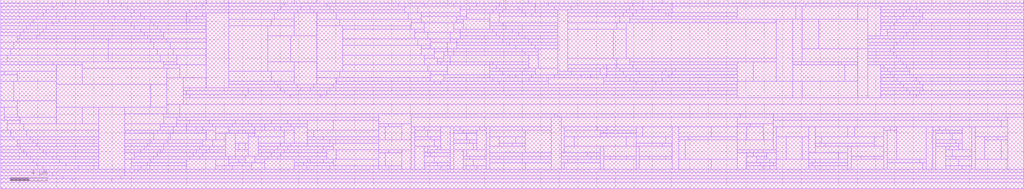
<source format=lef>
VERSION 5.7 ;
  NOWIREEXTENSIONATPIN ON ;
  DIVIDERCHAR "/" ;
  BUSBITCHARS "[]" ;
MACRO my_logo
  CLASS BLOCK ;
  FOREIGN my_logo ;
  ORIGIN 0.000 0.000 ;
  SIZE 109.900 BY 20.300 ;
  OBS
      LAYER met1 ;
        RECT 0.000 19.950 8.050 20.300 ;
      LAYER met1 ;
        RECT 8.050 19.950 11.550 20.300 ;
      LAYER met1 ;
        RECT 11.550 19.950 22.050 20.300 ;
      LAYER met1 ;
        RECT 22.050 19.950 24.500 20.300 ;
      LAYER met1 ;
        RECT 24.500 19.950 31.500 20.300 ;
      LAYER met1 ;
        RECT 31.500 19.950 33.950 20.300 ;
      LAYER met1 ;
        RECT 33.950 19.950 54.250 20.300 ;
      LAYER met1 ;
        RECT 54.250 19.950 56.700 20.300 ;
      LAYER met1 ;
        RECT 56.700 19.950 68.950 20.300 ;
      LAYER met1 ;
        RECT 68.950 19.950 71.050 20.300 ;
      LAYER met1 ;
        RECT 71.050 19.950 109.900 20.300 ;
        RECT 0.000 19.600 6.650 19.950 ;
      LAYER met1 ;
        RECT 6.650 19.600 12.950 19.950 ;
      LAYER met1 ;
        RECT 12.950 19.600 21.700 19.950 ;
      LAYER met1 ;
        RECT 21.700 19.600 24.500 19.950 ;
      LAYER met1 ;
        RECT 24.500 19.600 30.450 19.950 ;
      LAYER met1 ;
        RECT 30.450 19.600 35.000 19.950 ;
      LAYER met1 ;
        RECT 35.000 19.600 42.700 19.950 ;
      LAYER met1 ;
        RECT 42.700 19.600 45.500 19.950 ;
      LAYER met1 ;
        RECT 45.500 19.600 48.650 19.950 ;
      LAYER met1 ;
        RECT 48.650 19.600 51.100 19.950 ;
      LAYER met1 ;
        RECT 51.100 19.600 53.550 19.950 ;
      LAYER met1 ;
        RECT 53.550 19.600 57.400 19.950 ;
      LAYER met1 ;
        RECT 57.400 19.600 58.800 19.950 ;
      LAYER met1 ;
        RECT 58.800 19.600 61.950 19.950 ;
      LAYER met1 ;
        RECT 61.950 19.600 67.900 19.950 ;
      LAYER met1 ;
        RECT 67.900 19.600 72.100 19.950 ;
      LAYER met1 ;
        RECT 72.100 19.600 86.450 19.950 ;
      LAYER met1 ;
        RECT 86.450 19.600 92.050 19.950 ;
      LAYER met1 ;
        RECT 92.050 19.600 109.900 19.950 ;
        RECT 0.000 19.250 5.600 19.600 ;
      LAYER met1 ;
        RECT 5.600 19.250 13.650 19.600 ;
      LAYER met1 ;
        RECT 13.650 19.250 21.000 19.600 ;
      LAYER met1 ;
        RECT 21.000 19.250 24.500 19.600 ;
      LAYER met1 ;
        RECT 24.500 19.250 30.100 19.600 ;
      LAYER met1 ;
        RECT 30.100 19.250 32.200 19.600 ;
      LAYER met1 ;
        RECT 32.200 19.250 33.250 19.600 ;
      LAYER met1 ;
        RECT 33.250 19.250 35.350 19.600 ;
      LAYER met1 ;
        RECT 35.350 19.250 43.400 19.600 ;
        RECT 0.000 18.900 4.900 19.250 ;
      LAYER met1 ;
        RECT 4.900 18.900 14.350 19.250 ;
      LAYER met1 ;
        RECT 14.350 18.900 20.300 19.250 ;
      LAYER met1 ;
        RECT 20.300 18.900 24.500 19.250 ;
      LAYER met1 ;
        RECT 24.500 18.900 29.750 19.250 ;
      LAYER met1 ;
        RECT 29.750 18.900 31.850 19.250 ;
      LAYER met1 ;
        RECT 31.850 18.900 33.600 19.250 ;
      LAYER met1 ;
        RECT 33.600 18.900 35.700 19.250 ;
      LAYER met1 ;
        RECT 35.700 18.900 43.400 19.250 ;
      LAYER met1 ;
        RECT 43.400 18.900 44.800 19.600 ;
      LAYER met1 ;
        RECT 44.800 18.900 49.350 19.600 ;
      LAYER met1 ;
        RECT 49.350 19.250 50.400 19.600 ;
      LAYER met1 ;
        RECT 50.400 19.250 53.200 19.600 ;
      LAYER met1 ;
        RECT 53.200 19.250 54.250 19.600 ;
      LAYER met1 ;
        RECT 54.250 19.250 55.650 19.600 ;
      LAYER met1 ;
        RECT 55.650 19.250 57.400 19.600 ;
      LAYER met1 ;
        RECT 57.400 19.250 59.500 19.600 ;
      LAYER met1 ;
        RECT 59.500 19.250 61.250 19.600 ;
      LAYER met1 ;
        RECT 61.250 19.250 67.550 19.600 ;
      LAYER met1 ;
        RECT 67.550 19.250 68.950 19.600 ;
      LAYER met1 ;
        RECT 68.950 19.250 70.000 19.600 ;
      LAYER met1 ;
        RECT 70.000 19.250 72.100 19.600 ;
      LAYER met1 ;
        RECT 0.000 18.550 4.550 18.900 ;
      LAYER met1 ;
        RECT 4.550 18.550 8.750 18.900 ;
      LAYER met1 ;
        RECT 8.750 18.550 10.850 18.900 ;
      LAYER met1 ;
        RECT 10.850 18.550 15.050 18.900 ;
      LAYER met1 ;
        RECT 15.050 18.550 19.950 18.900 ;
      LAYER met1 ;
        RECT 19.950 18.550 21.700 18.900 ;
      LAYER met1 ;
        RECT 21.700 18.550 22.050 18.900 ;
        RECT 0.000 18.200 3.850 18.550 ;
      LAYER met1 ;
        RECT 3.850 18.200 7.000 18.550 ;
      LAYER met1 ;
        RECT 7.000 18.200 12.250 18.550 ;
      LAYER met1 ;
        RECT 12.250 18.200 15.400 18.550 ;
      LAYER met1 ;
        RECT 15.400 18.200 19.950 18.550 ;
      LAYER met1 ;
        RECT 19.950 18.200 21.000 18.550 ;
      LAYER met1 ;
        RECT 21.000 18.200 22.050 18.550 ;
        RECT 0.000 17.850 3.500 18.200 ;
      LAYER met1 ;
        RECT 3.500 17.850 6.300 18.200 ;
      LAYER met1 ;
        RECT 6.300 17.850 13.300 18.200 ;
      LAYER met1 ;
        RECT 13.300 17.850 16.100 18.200 ;
      LAYER met1 ;
        RECT 16.100 17.850 19.950 18.200 ;
      LAYER met1 ;
        RECT 19.950 17.850 20.300 18.200 ;
      LAYER met1 ;
        RECT 20.300 17.850 22.050 18.200 ;
        RECT 0.000 17.500 3.150 17.850 ;
      LAYER met1 ;
        RECT 3.150 17.500 5.600 17.850 ;
      LAYER met1 ;
        RECT 5.600 17.500 14.000 17.850 ;
      LAYER met1 ;
        RECT 14.000 17.500 16.450 17.850 ;
      LAYER met1 ;
        RECT 16.450 17.500 22.050 17.850 ;
        RECT 0.000 17.150 2.800 17.500 ;
      LAYER met1 ;
        RECT 2.800 17.150 4.900 17.500 ;
      LAYER met1 ;
        RECT 4.900 17.150 14.350 17.500 ;
      LAYER met1 ;
        RECT 14.350 17.150 16.800 17.500 ;
      LAYER met1 ;
        RECT 16.800 17.150 22.050 17.500 ;
        RECT 0.000 16.800 2.450 17.150 ;
      LAYER met1 ;
        RECT 2.450 16.800 4.550 17.150 ;
      LAYER met1 ;
        RECT 4.550 16.800 15.050 17.150 ;
      LAYER met1 ;
        RECT 15.050 16.800 17.150 17.150 ;
      LAYER met1 ;
        RECT 17.150 16.800 22.050 17.150 ;
        RECT 0.000 16.450 2.100 16.800 ;
      LAYER met1 ;
        RECT 2.100 16.450 4.200 16.800 ;
      LAYER met1 ;
        RECT 4.200 16.450 15.400 16.800 ;
      LAYER met1 ;
        RECT 15.400 16.450 17.500 16.800 ;
      LAYER met1 ;
        RECT 0.000 15.750 1.750 16.450 ;
      LAYER met1 ;
        RECT 1.750 16.100 3.850 16.450 ;
      LAYER met1 ;
        RECT 3.850 16.100 15.750 16.450 ;
      LAYER met1 ;
        RECT 15.750 16.100 17.500 16.450 ;
      LAYER met1 ;
        RECT 17.500 16.100 22.050 16.800 ;
      LAYER met1 ;
        RECT 1.750 15.750 11.550 16.100 ;
      LAYER met1 ;
        RECT 11.550 15.750 16.100 16.100 ;
      LAYER met1 ;
        RECT 16.100 15.750 17.850 16.100 ;
      LAYER met1 ;
        RECT 17.850 15.750 22.050 16.100 ;
        RECT 0.000 15.050 1.400 15.750 ;
      LAYER met1 ;
        RECT 1.400 15.050 11.550 15.750 ;
      LAYER met1 ;
        RECT 11.550 15.050 16.450 15.750 ;
      LAYER met1 ;
        RECT 16.450 15.050 18.200 15.750 ;
      LAYER met1 ;
        RECT 18.200 15.050 22.050 15.750 ;
        RECT 0.000 14.350 1.050 15.050 ;
      LAYER met1 ;
        RECT 1.050 14.350 11.550 15.050 ;
      LAYER met1 ;
        RECT 11.550 14.350 16.800 15.050 ;
      LAYER met1 ;
        RECT 16.800 14.350 18.550 15.050 ;
      LAYER met1 ;
        RECT 18.550 14.350 22.050 15.050 ;
        RECT 0.000 13.650 0.700 14.350 ;
      LAYER met1 ;
        RECT 0.700 13.650 11.550 14.350 ;
      LAYER met1 ;
        RECT 11.550 13.650 17.150 14.350 ;
      LAYER met1 ;
        RECT 17.150 13.650 18.900 14.350 ;
      LAYER met1 ;
        RECT 0.000 13.300 5.600 13.650 ;
      LAYER met1 ;
        RECT 5.600 13.300 8.750 13.650 ;
      LAYER met1 ;
        RECT 0.000 12.600 5.950 13.300 ;
        RECT 0.000 12.250 0.350 12.600 ;
      LAYER met1 ;
        RECT 0.350 12.250 1.750 12.600 ;
        RECT 0.000 11.550 1.750 12.250 ;
      LAYER met1 ;
        RECT 1.750 11.550 5.950 12.600 ;
      LAYER met1 ;
        RECT 0.000 9.450 1.400 11.550 ;
      LAYER met1 ;
        RECT 1.400 9.450 5.950 11.550 ;
      LAYER met1 ;
        RECT 5.950 11.200 8.750 13.300 ;
      LAYER met1 ;
        RECT 8.750 12.950 17.500 13.650 ;
      LAYER met1 ;
        RECT 17.500 13.300 18.900 13.650 ;
      LAYER met1 ;
        RECT 18.900 13.300 22.050 14.350 ;
      LAYER met1 ;
        RECT 17.500 12.950 19.250 13.300 ;
      LAYER met1 ;
        RECT 8.750 11.200 17.850 12.950 ;
      LAYER met1 ;
        RECT 17.850 11.900 19.250 12.950 ;
      LAYER met1 ;
        RECT 19.250 11.900 22.050 13.300 ;
      LAYER met1 ;
        RECT 0.000 8.750 1.750 9.450 ;
      LAYER met1 ;
        RECT 0.000 7.350 0.350 8.750 ;
      LAYER met1 ;
        RECT 0.350 7.700 1.750 8.750 ;
      LAYER met1 ;
        RECT 1.750 7.700 5.950 9.450 ;
      LAYER met1 ;
        RECT 5.950 8.750 16.100 11.200 ;
      LAYER met1 ;
        RECT 16.100 8.750 17.850 11.200 ;
      LAYER met1 ;
        RECT 17.850 9.100 19.600 11.900 ;
      LAYER met1 ;
        RECT 19.600 10.850 22.050 11.900 ;
      LAYER met1 ;
        RECT 22.050 10.850 24.500 18.900 ;
      LAYER met1 ;
        RECT 24.500 18.200 29.400 18.900 ;
      LAYER met1 ;
        RECT 29.400 18.200 31.500 18.900 ;
      LAYER met1 ;
        RECT 24.500 17.500 29.050 18.200 ;
      LAYER met1 ;
        RECT 29.050 17.500 31.500 18.200 ;
      LAYER met1 ;
        RECT 24.500 12.600 28.700 17.500 ;
      LAYER met1 ;
        RECT 28.700 16.450 31.500 17.500 ;
      LAYER met1 ;
        RECT 31.500 16.450 33.950 18.900 ;
      LAYER met1 ;
        RECT 33.950 18.200 36.050 18.900 ;
      LAYER met1 ;
        RECT 36.050 18.200 43.750 18.900 ;
      LAYER met1 ;
        RECT 43.750 18.200 45.150 18.900 ;
      LAYER met1 ;
        RECT 45.150 18.550 49.350 18.900 ;
      LAYER met1 ;
        RECT 49.350 18.550 50.050 19.250 ;
      LAYER met1 ;
        RECT 50.050 18.900 52.850 19.250 ;
      LAYER met1 ;
        RECT 52.850 18.900 53.900 19.250 ;
      LAYER met1 ;
        RECT 53.900 18.900 56.000 19.250 ;
      LAYER met1 ;
        RECT 56.000 18.900 57.400 19.250 ;
      LAYER met1 ;
        RECT 57.400 18.900 59.850 19.250 ;
      LAYER met1 ;
        RECT 33.950 17.500 36.400 18.200 ;
      LAYER met1 ;
        RECT 36.400 17.500 44.100 18.200 ;
      LAYER met1 ;
        RECT 44.100 17.850 45.150 18.200 ;
      LAYER met1 ;
        RECT 45.150 17.850 49.000 18.550 ;
      LAYER met1 ;
        RECT 49.000 18.200 50.050 18.550 ;
      LAYER met1 ;
        RECT 50.050 18.200 52.500 18.900 ;
      LAYER met1 ;
        RECT 49.000 17.850 49.700 18.200 ;
        RECT 28.700 13.650 31.150 16.450 ;
      LAYER met1 ;
        RECT 31.150 13.650 33.950 16.450 ;
      LAYER met1 ;
        RECT 28.700 12.600 31.500 13.650 ;
      LAYER met1 ;
        RECT 24.500 11.550 29.050 12.600 ;
      LAYER met1 ;
        RECT 29.050 11.550 31.500 12.600 ;
      LAYER met1 ;
        RECT 24.500 11.200 29.400 11.550 ;
      LAYER met1 ;
        RECT 29.400 11.200 31.500 11.550 ;
      LAYER met1 ;
        RECT 31.500 11.200 33.950 13.650 ;
      LAYER met1 ;
        RECT 33.950 12.600 36.750 17.500 ;
      LAYER met1 ;
        RECT 36.750 17.150 44.100 17.500 ;
      LAYER met1 ;
        RECT 44.100 17.150 45.500 17.850 ;
      LAYER met1 ;
        RECT 36.750 16.100 44.450 17.150 ;
      LAYER met1 ;
        RECT 44.450 16.800 45.500 17.150 ;
      LAYER met1 ;
        RECT 45.500 16.800 48.650 17.850 ;
      LAYER met1 ;
        RECT 48.650 17.150 49.700 17.850 ;
      LAYER met1 ;
        RECT 49.700 17.150 52.500 18.200 ;
      LAYER met1 ;
        RECT 52.500 17.850 53.550 18.900 ;
      LAYER met1 ;
        RECT 53.550 18.550 56.350 18.900 ;
      LAYER met1 ;
        RECT 56.350 18.550 57.050 18.900 ;
      LAYER met1 ;
        RECT 57.050 18.550 59.850 18.900 ;
        RECT 53.550 17.850 59.850 18.550 ;
      LAYER met1 ;
        RECT 52.500 17.500 53.900 17.850 ;
      LAYER met1 ;
        RECT 53.900 17.500 59.850 17.850 ;
      LAYER met1 ;
        RECT 52.500 17.150 54.250 17.500 ;
      LAYER met1 ;
        RECT 54.250 17.150 59.850 17.500 ;
      LAYER met1 ;
        RECT 48.650 16.800 49.350 17.150 ;
      LAYER met1 ;
        RECT 49.350 16.800 52.850 17.150 ;
      LAYER met1 ;
        RECT 52.850 16.800 54.950 17.150 ;
      LAYER met1 ;
        RECT 54.950 16.800 59.850 17.150 ;
      LAYER met1 ;
        RECT 44.450 16.100 45.850 16.800 ;
      LAYER met1 ;
        RECT 45.850 16.100 48.300 16.800 ;
      LAYER met1 ;
        RECT 48.300 16.100 49.350 16.800 ;
      LAYER met1 ;
        RECT 49.350 16.450 53.200 16.800 ;
      LAYER met1 ;
        RECT 53.200 16.450 55.650 16.800 ;
      LAYER met1 ;
        RECT 55.650 16.450 59.850 16.800 ;
        RECT 49.350 16.100 53.550 16.450 ;
      LAYER met1 ;
        RECT 53.550 16.100 56.350 16.450 ;
      LAYER met1 ;
        RECT 56.350 16.100 59.850 16.450 ;
        RECT 36.750 15.400 44.800 16.100 ;
      LAYER met1 ;
        RECT 44.800 15.400 46.200 16.100 ;
      LAYER met1 ;
        RECT 46.200 15.750 48.300 16.100 ;
      LAYER met1 ;
        RECT 48.300 15.750 49.000 16.100 ;
      LAYER met1 ;
        RECT 49.000 15.750 53.900 16.100 ;
      LAYER met1 ;
        RECT 53.900 15.750 56.700 16.100 ;
      LAYER met1 ;
        RECT 56.700 15.750 59.850 16.100 ;
        RECT 36.750 14.350 45.150 15.400 ;
      LAYER met1 ;
        RECT 45.150 15.050 46.200 15.400 ;
      LAYER met1 ;
        RECT 46.200 15.050 47.950 15.750 ;
      LAYER met1 ;
        RECT 47.950 15.050 49.000 15.750 ;
      LAYER met1 ;
        RECT 49.000 15.400 54.600 15.750 ;
      LAYER met1 ;
        RECT 54.600 15.400 57.050 15.750 ;
      LAYER met1 ;
        RECT 57.050 15.400 59.850 15.750 ;
        RECT 49.000 15.050 55.300 15.400 ;
      LAYER met1 ;
        RECT 55.300 15.050 57.400 15.400 ;
      LAYER met1 ;
        RECT 57.400 15.050 59.850 15.400 ;
      LAYER met1 ;
        RECT 45.150 14.350 46.550 15.050 ;
      LAYER met1 ;
        RECT 46.550 14.700 47.950 15.050 ;
      LAYER met1 ;
        RECT 47.950 14.700 48.650 15.050 ;
      LAYER met1 ;
        RECT 48.650 14.700 56.000 15.050 ;
      LAYER met1 ;
        RECT 56.000 14.700 57.750 15.050 ;
      LAYER met1 ;
        RECT 36.750 13.300 45.500 14.350 ;
      LAYER met1 ;
        RECT 45.500 14.000 46.550 14.350 ;
      LAYER met1 ;
        RECT 46.550 14.000 47.600 14.700 ;
      LAYER met1 ;
        RECT 47.600 14.350 48.650 14.700 ;
      LAYER met1 ;
        RECT 48.650 14.350 56.350 14.700 ;
      LAYER met1 ;
        RECT 56.350 14.350 57.750 14.700 ;
        RECT 45.500 13.300 46.900 14.000 ;
      LAYER met1 ;
        RECT 46.900 13.650 47.600 14.000 ;
      LAYER met1 ;
        RECT 47.600 13.650 48.300 14.350 ;
      LAYER met1 ;
        RECT 48.300 13.650 56.700 14.350 ;
        RECT 46.900 13.300 47.250 13.650 ;
      LAYER met1 ;
        RECT 47.250 13.300 48.300 13.650 ;
      LAYER met1 ;
        RECT 48.300 13.300 52.500 13.650 ;
      LAYER met1 ;
        RECT 52.500 13.300 52.850 13.650 ;
      LAYER met1 ;
        RECT 52.850 13.300 56.700 13.650 ;
        RECT 36.750 12.600 45.850 13.300 ;
      LAYER met1 ;
        RECT 45.850 12.600 47.950 13.300 ;
        RECT 33.950 11.900 36.400 12.600 ;
      LAYER met1 ;
        RECT 36.400 11.900 46.200 12.600 ;
      LAYER met1 ;
        RECT 46.200 12.250 47.950 12.600 ;
      LAYER met1 ;
        RECT 47.950 12.250 52.500 13.300 ;
      LAYER met1 ;
        RECT 52.500 12.950 53.200 13.300 ;
      LAYER met1 ;
        RECT 53.200 12.950 56.700 13.300 ;
      LAYER met1 ;
        RECT 56.700 12.950 57.750 14.350 ;
      LAYER met1 ;
        RECT 57.750 12.950 59.850 15.050 ;
      LAYER met1 ;
        RECT 52.500 12.600 53.550 12.950 ;
      LAYER met1 ;
        RECT 53.550 12.600 56.350 12.950 ;
      LAYER met1 ;
        RECT 56.350 12.600 57.400 12.950 ;
        RECT 52.500 12.250 53.900 12.600 ;
      LAYER met1 ;
        RECT 53.900 12.250 56.000 12.600 ;
      LAYER met1 ;
        RECT 56.000 12.250 57.400 12.600 ;
      LAYER met1 ;
        RECT 57.400 12.250 59.850 12.950 ;
      LAYER met1 ;
        RECT 59.850 12.600 60.900 19.250 ;
      LAYER met1 ;
        RECT 60.900 18.900 67.200 19.250 ;
      LAYER met1 ;
        RECT 67.200 18.900 68.250 19.250 ;
      LAYER met1 ;
        RECT 68.250 18.900 70.700 19.250 ;
      LAYER met1 ;
        RECT 70.700 18.900 72.100 19.250 ;
      LAYER met1 ;
        RECT 72.100 18.900 79.100 19.600 ;
        RECT 60.900 18.550 66.850 18.900 ;
      LAYER met1 ;
        RECT 66.850 18.550 67.900 18.900 ;
      LAYER met1 ;
        RECT 67.900 18.550 71.400 18.900 ;
      LAYER met1 ;
        RECT 71.400 18.550 71.750 18.900 ;
      LAYER met1 ;
        RECT 71.750 18.550 79.100 18.900 ;
        RECT 60.900 17.850 66.500 18.550 ;
      LAYER met1 ;
        RECT 66.500 17.850 67.550 18.550 ;
      LAYER met1 ;
        RECT 67.550 18.200 79.100 18.550 ;
      LAYER met1 ;
        RECT 79.100 18.200 85.400 19.600 ;
      LAYER met1 ;
        RECT 85.400 18.200 86.100 19.600 ;
      LAYER met1 ;
        RECT 86.100 18.200 92.050 19.600 ;
      LAYER met1 ;
        RECT 92.050 18.200 93.100 19.600 ;
        RECT 67.550 17.850 83.300 18.200 ;
        RECT 60.900 17.150 66.150 17.850 ;
      LAYER met1 ;
        RECT 66.150 17.150 67.200 17.850 ;
      LAYER met1 ;
        RECT 60.900 14.000 65.800 17.150 ;
      LAYER met1 ;
        RECT 65.800 14.000 67.200 17.150 ;
      LAYER met1 ;
        RECT 67.200 14.000 83.300 17.850 ;
        RECT 60.900 13.300 66.150 14.000 ;
      LAYER met1 ;
        RECT 66.150 13.300 67.550 14.000 ;
      LAYER met1 ;
        RECT 67.550 13.650 83.300 14.000 ;
        RECT 67.550 13.300 79.100 13.650 ;
        RECT 60.900 12.950 64.750 13.300 ;
      LAYER met1 ;
        RECT 64.750 12.950 65.100 13.300 ;
      LAYER met1 ;
        RECT 65.100 12.950 66.150 13.300 ;
      LAYER met1 ;
        RECT 66.150 12.950 67.900 13.300 ;
      LAYER met1 ;
        RECT 67.900 12.950 79.100 13.300 ;
        RECT 60.900 12.600 64.400 12.950 ;
      LAYER met1 ;
        RECT 59.850 12.250 61.250 12.600 ;
      LAYER met1 ;
        RECT 61.250 12.250 64.400 12.600 ;
      LAYER met1 ;
        RECT 64.400 12.250 65.100 12.950 ;
      LAYER met1 ;
        RECT 65.100 12.600 66.500 12.950 ;
      LAYER met1 ;
        RECT 66.500 12.600 68.250 12.950 ;
      LAYER met1 ;
        RECT 68.250 12.600 71.400 12.950 ;
      LAYER met1 ;
        RECT 71.400 12.600 72.450 12.950 ;
      LAYER met1 ;
        RECT 72.450 12.600 79.100 12.950 ;
        RECT 65.100 12.250 66.850 12.600 ;
      LAYER met1 ;
        RECT 66.850 12.250 68.600 12.600 ;
      LAYER met1 ;
        RECT 68.600 12.250 71.050 12.600 ;
      LAYER met1 ;
        RECT 71.050 12.250 72.100 12.600 ;
      LAYER met1 ;
        RECT 72.100 12.250 79.100 12.600 ;
      LAYER met1 ;
        RECT 33.950 11.200 36.050 11.900 ;
      LAYER met1 ;
        RECT 36.050 11.550 46.200 11.900 ;
      LAYER met1 ;
        RECT 46.200 11.550 47.600 12.250 ;
      LAYER met1 ;
        RECT 47.600 11.900 52.500 12.250 ;
      LAYER met1 ;
        RECT 52.500 11.900 54.600 12.250 ;
      LAYER met1 ;
        RECT 54.600 11.900 55.300 12.250 ;
      LAYER met1 ;
        RECT 55.300 11.900 57.050 12.250 ;
      LAYER met1 ;
        RECT 57.050 11.900 59.500 12.250 ;
      LAYER met1 ;
        RECT 59.500 11.900 62.300 12.250 ;
      LAYER met1 ;
        RECT 62.300 11.900 63.350 12.250 ;
      LAYER met1 ;
        RECT 63.350 11.900 65.100 12.250 ;
      LAYER met1 ;
        RECT 65.100 11.900 67.200 12.250 ;
      LAYER met1 ;
        RECT 67.200 11.900 71.750 12.250 ;
      LAYER met1 ;
        RECT 71.750 11.900 79.100 12.250 ;
        RECT 47.600 11.550 52.850 11.900 ;
      LAYER met1 ;
        RECT 52.850 11.550 56.700 11.900 ;
      LAYER met1 ;
        RECT 56.700 11.550 58.800 11.900 ;
        RECT 36.050 11.200 46.550 11.550 ;
      LAYER met1 ;
        RECT 46.550 11.200 47.250 11.550 ;
      LAYER met1 ;
        RECT 47.250 11.200 53.550 11.550 ;
      LAYER met1 ;
        RECT 53.550 11.200 56.000 11.550 ;
      LAYER met1 ;
        RECT 56.000 11.200 58.800 11.550 ;
      LAYER met1 ;
        RECT 58.800 11.200 64.750 11.900 ;
      LAYER met1 ;
        RECT 64.750 11.550 67.550 11.900 ;
      LAYER met1 ;
        RECT 67.550 11.550 71.050 11.900 ;
      LAYER met1 ;
        RECT 71.050 11.550 79.100 11.900 ;
      LAYER met1 ;
        RECT 79.100 11.550 80.850 13.650 ;
      LAYER met1 ;
        RECT 80.850 11.550 83.300 13.650 ;
      LAYER met1 ;
        RECT 83.300 11.550 85.050 18.200 ;
      LAYER met1 ;
        RECT 85.050 13.650 86.100 18.200 ;
      LAYER met1 ;
        RECT 86.100 15.050 87.850 18.200 ;
      LAYER met1 ;
        RECT 87.850 15.050 93.100 18.200 ;
      LAYER met1 ;
        RECT 93.100 16.450 94.500 19.600 ;
      LAYER met1 ;
        RECT 94.500 19.250 97.650 19.600 ;
      LAYER met1 ;
        RECT 97.650 19.250 98.350 19.600 ;
      LAYER met1 ;
        RECT 98.350 19.250 109.900 19.600 ;
        RECT 94.500 18.900 97.300 19.250 ;
      LAYER met1 ;
        RECT 97.300 18.900 98.700 19.250 ;
      LAYER met1 ;
        RECT 98.700 18.900 109.900 19.250 ;
        RECT 94.500 18.550 96.950 18.900 ;
      LAYER met1 ;
        RECT 96.950 18.550 99.050 18.900 ;
      LAYER met1 ;
        RECT 94.500 18.200 96.600 18.550 ;
      LAYER met1 ;
        RECT 96.600 18.200 99.050 18.550 ;
      LAYER met1 ;
        RECT 99.050 18.200 109.900 18.900 ;
        RECT 94.500 17.850 96.250 18.200 ;
      LAYER met1 ;
        RECT 96.250 17.850 98.700 18.200 ;
      LAYER met1 ;
        RECT 98.700 17.850 109.900 18.200 ;
        RECT 94.500 17.500 95.900 17.850 ;
      LAYER met1 ;
        RECT 95.900 17.500 98.350 17.850 ;
      LAYER met1 ;
        RECT 98.350 17.500 109.900 17.850 ;
        RECT 94.500 17.150 95.550 17.500 ;
      LAYER met1 ;
        RECT 95.550 17.150 98.000 17.500 ;
      LAYER met1 ;
        RECT 98.000 17.150 109.900 17.500 ;
        RECT 94.500 16.450 95.200 17.150 ;
      LAYER met1 ;
        RECT 95.200 16.800 97.650 17.150 ;
      LAYER met1 ;
        RECT 97.650 16.800 109.900 17.150 ;
      LAYER met1 ;
        RECT 95.200 16.450 97.300 16.800 ;
      LAYER met1 ;
        RECT 97.300 16.450 109.900 16.800 ;
      LAYER met1 ;
        RECT 93.100 16.100 96.950 16.450 ;
      LAYER met1 ;
        RECT 96.950 16.100 109.900 16.450 ;
      LAYER met1 ;
        RECT 93.100 15.750 96.600 16.100 ;
      LAYER met1 ;
        RECT 96.600 15.750 109.900 16.100 ;
      LAYER met1 ;
        RECT 93.100 15.400 96.250 15.750 ;
      LAYER met1 ;
        RECT 96.250 15.400 109.900 15.750 ;
      LAYER met1 ;
        RECT 93.100 15.050 95.900 15.400 ;
      LAYER met1 ;
        RECT 95.900 15.050 109.900 15.400 ;
      LAYER met1 ;
        RECT 86.100 13.650 92.050 15.050 ;
      LAYER met1 ;
        RECT 85.050 13.300 90.300 13.650 ;
      LAYER met1 ;
        RECT 90.300 13.300 92.050 13.650 ;
      LAYER met1 ;
        RECT 85.050 11.550 90.650 13.300 ;
      LAYER met1 ;
        RECT 90.650 11.550 92.050 13.300 ;
      LAYER met1 ;
        RECT 64.750 11.200 68.250 11.550 ;
      LAYER met1 ;
        RECT 68.250 11.200 70.350 11.550 ;
      LAYER met1 ;
        RECT 70.350 11.200 79.100 11.550 ;
        RECT 24.500 10.850 29.750 11.200 ;
      LAYER met1 ;
        RECT 29.750 10.850 31.850 11.200 ;
      LAYER met1 ;
        RECT 31.850 10.850 33.600 11.200 ;
      LAYER met1 ;
        RECT 33.600 10.850 35.700 11.200 ;
      LAYER met1 ;
        RECT 35.700 10.850 79.100 11.200 ;
        RECT 19.600 10.500 20.300 10.850 ;
      LAYER met1 ;
        RECT 20.300 10.500 26.600 10.850 ;
      LAYER met1 ;
        RECT 26.600 10.500 30.100 10.850 ;
      LAYER met1 ;
        RECT 30.100 10.500 32.200 10.850 ;
      LAYER met1 ;
        RECT 32.200 10.500 33.250 10.850 ;
      LAYER met1 ;
        RECT 33.250 10.500 35.350 10.850 ;
      LAYER met1 ;
        RECT 35.350 10.500 79.100 10.850 ;
        RECT 19.600 10.150 19.950 10.500 ;
      LAYER met1 ;
        RECT 19.950 10.150 26.600 10.500 ;
      LAYER met1 ;
        RECT 26.600 10.150 30.450 10.500 ;
      LAYER met1 ;
        RECT 30.450 10.150 35.000 10.500 ;
      LAYER met1 ;
        RECT 35.000 10.150 79.100 10.500 ;
        RECT 19.600 9.800 20.300 10.150 ;
      LAYER met1 ;
        RECT 20.300 9.800 26.250 10.150 ;
      LAYER met1 ;
        RECT 26.250 9.800 31.150 10.150 ;
      LAYER met1 ;
        RECT 31.150 9.800 34.300 10.150 ;
      LAYER met1 ;
        RECT 34.300 9.800 79.100 10.150 ;
      LAYER met1 ;
        RECT 79.100 9.800 85.050 11.550 ;
      LAYER met1 ;
        RECT 85.050 9.800 86.100 11.550 ;
      LAYER met1 ;
        RECT 86.100 9.800 92.050 11.550 ;
      LAYER met1 ;
        RECT 92.050 9.800 93.100 15.050 ;
      LAYER met1 ;
        RECT 93.100 14.700 95.550 15.050 ;
      LAYER met1 ;
        RECT 95.550 14.700 109.900 15.050 ;
      LAYER met1 ;
        RECT 93.100 14.350 95.900 14.700 ;
      LAYER met1 ;
        RECT 95.900 14.350 109.900 14.700 ;
      LAYER met1 ;
        RECT 93.100 14.000 96.250 14.350 ;
      LAYER met1 ;
        RECT 96.250 14.000 109.900 14.350 ;
      LAYER met1 ;
        RECT 93.100 13.650 96.600 14.000 ;
      LAYER met1 ;
        RECT 96.600 13.650 109.900 14.000 ;
      LAYER met1 ;
        RECT 93.100 13.300 96.950 13.650 ;
      LAYER met1 ;
        RECT 96.950 13.300 109.900 13.650 ;
      LAYER met1 ;
        RECT 93.100 9.800 94.500 13.300 ;
      LAYER met1 ;
        RECT 94.500 12.950 94.850 13.300 ;
      LAYER met1 ;
        RECT 94.850 12.950 97.300 13.300 ;
      LAYER met1 ;
        RECT 97.300 12.950 109.900 13.300 ;
        RECT 94.500 12.600 95.200 12.950 ;
      LAYER met1 ;
        RECT 95.200 12.600 97.650 12.950 ;
      LAYER met1 ;
        RECT 94.500 12.250 95.550 12.600 ;
      LAYER met1 ;
        RECT 95.550 12.250 97.650 12.600 ;
      LAYER met1 ;
        RECT 97.650 12.250 109.900 12.950 ;
        RECT 94.500 11.900 95.900 12.250 ;
      LAYER met1 ;
        RECT 95.900 11.900 98.000 12.250 ;
      LAYER met1 ;
        RECT 98.000 11.900 109.900 12.250 ;
        RECT 94.500 11.550 96.250 11.900 ;
      LAYER met1 ;
        RECT 96.250 11.550 98.350 11.900 ;
      LAYER met1 ;
        RECT 98.350 11.550 109.900 11.900 ;
        RECT 94.500 11.200 96.600 11.550 ;
      LAYER met1 ;
        RECT 96.600 11.200 98.700 11.550 ;
      LAYER met1 ;
        RECT 98.700 11.200 109.900 11.550 ;
        RECT 94.500 10.850 96.950 11.200 ;
      LAYER met1 ;
        RECT 96.950 10.850 99.050 11.200 ;
      LAYER met1 ;
        RECT 94.500 10.500 97.300 10.850 ;
      LAYER met1 ;
        RECT 97.300 10.500 99.050 10.850 ;
      LAYER met1 ;
        RECT 99.050 10.500 109.900 11.200 ;
        RECT 94.500 10.150 97.650 10.500 ;
      LAYER met1 ;
        RECT 97.650 10.150 98.700 10.500 ;
      LAYER met1 ;
        RECT 98.700 10.150 109.900 10.500 ;
        RECT 94.500 9.800 98.000 10.150 ;
      LAYER met1 ;
        RECT 98.000 9.800 98.350 10.150 ;
      LAYER met1 ;
        RECT 98.350 9.800 109.900 10.150 ;
        RECT 19.600 9.100 109.900 9.800 ;
      LAYER met1 ;
        RECT 0.350 7.350 2.100 7.700 ;
      LAYER met1 ;
        RECT 0.000 6.300 0.700 7.350 ;
      LAYER met1 ;
        RECT 0.700 7.000 2.100 7.350 ;
      LAYER met1 ;
        RECT 2.100 7.000 5.950 7.700 ;
      LAYER met1 ;
        RECT 5.950 7.000 8.750 8.750 ;
      LAYER met1 ;
        RECT 8.750 7.000 10.500 8.750 ;
      LAYER met1 ;
        RECT 0.700 6.300 2.450 7.000 ;
      LAYER met1 ;
        RECT 2.450 6.300 10.500 7.000 ;
        RECT 0.000 5.600 1.050 6.300 ;
      LAYER met1 ;
        RECT 1.050 5.600 2.800 6.300 ;
      LAYER met1 ;
        RECT 2.800 5.600 10.500 6.300 ;
        RECT 0.000 5.250 1.400 5.600 ;
      LAYER met1 ;
        RECT 1.400 5.250 3.150 5.600 ;
      LAYER met1 ;
        RECT 3.150 5.250 10.500 5.600 ;
        RECT 0.000 4.550 1.750 5.250 ;
      LAYER met1 ;
        RECT 1.750 4.900 3.500 5.250 ;
      LAYER met1 ;
        RECT 3.500 4.900 10.500 5.250 ;
      LAYER met1 ;
        RECT 1.750 4.550 3.850 4.900 ;
      LAYER met1 ;
        RECT 3.850 4.550 10.500 4.900 ;
        RECT 0.000 4.200 2.100 4.550 ;
      LAYER met1 ;
        RECT 2.100 4.200 4.200 4.550 ;
      LAYER met1 ;
        RECT 4.200 4.200 10.500 4.550 ;
        RECT 0.000 3.850 2.450 4.200 ;
      LAYER met1 ;
        RECT 2.450 3.850 4.550 4.200 ;
      LAYER met1 ;
        RECT 4.550 3.850 10.500 4.200 ;
        RECT 0.000 3.500 2.800 3.850 ;
      LAYER met1 ;
        RECT 2.800 3.500 4.900 3.850 ;
      LAYER met1 ;
        RECT 4.900 3.500 10.500 3.850 ;
        RECT 0.000 3.150 3.150 3.500 ;
      LAYER met1 ;
        RECT 3.150 3.150 5.600 3.500 ;
      LAYER met1 ;
        RECT 5.600 3.150 10.500 3.500 ;
        RECT 0.000 2.800 3.500 3.150 ;
      LAYER met1 ;
        RECT 3.500 2.800 6.300 3.150 ;
      LAYER met1 ;
        RECT 6.300 2.800 10.500 3.150 ;
        RECT 0.000 2.450 3.850 2.800 ;
      LAYER met1 ;
        RECT 3.850 2.450 7.000 2.800 ;
      LAYER met1 ;
        RECT 7.000 2.450 10.500 2.800 ;
        RECT 0.000 2.100 4.550 2.450 ;
      LAYER met1 ;
        RECT 4.550 2.100 8.400 2.450 ;
      LAYER met1 ;
        RECT 8.400 2.100 10.500 2.450 ;
      LAYER met1 ;
        RECT 10.500 2.100 13.300 8.750 ;
      LAYER met1 ;
        RECT 13.300 8.050 17.850 8.750 ;
      LAYER met1 ;
        RECT 17.850 8.050 19.250 9.100 ;
      LAYER met1 ;
        RECT 19.250 8.050 109.900 9.100 ;
        RECT 13.300 7.000 17.500 8.050 ;
      LAYER met1 ;
        RECT 17.500 7.700 19.250 8.050 ;
      LAYER met1 ;
        RECT 19.250 7.700 40.600 8.050 ;
      LAYER met1 ;
        RECT 17.500 7.000 18.900 7.700 ;
      LAYER met1 ;
        RECT 18.900 7.350 40.600 7.700 ;
        RECT 18.900 7.000 20.300 7.350 ;
      LAYER met1 ;
        RECT 20.300 7.000 22.400 7.350 ;
      LAYER met1 ;
        RECT 22.400 7.000 25.200 7.350 ;
      LAYER met1 ;
        RECT 25.200 7.000 26.600 7.350 ;
      LAYER met1 ;
        RECT 26.600 7.000 29.050 7.350 ;
      LAYER met1 ;
        RECT 29.050 7.000 30.800 7.350 ;
      LAYER met1 ;
        RECT 30.800 7.000 32.900 7.350 ;
        RECT 13.300 6.300 17.150 7.000 ;
      LAYER met1 ;
        RECT 17.150 6.650 18.900 7.000 ;
      LAYER met1 ;
        RECT 18.900 6.650 19.950 7.000 ;
      LAYER met1 ;
        RECT 19.950 6.650 22.750 7.000 ;
      LAYER met1 ;
        RECT 22.750 6.650 24.850 7.000 ;
      LAYER met1 ;
        RECT 24.850 6.650 26.950 7.000 ;
      LAYER met1 ;
        RECT 26.950 6.650 28.350 7.000 ;
      LAYER met1 ;
        RECT 28.350 6.650 31.150 7.000 ;
      LAYER met1 ;
        RECT 31.150 6.650 32.900 7.000 ;
      LAYER met1 ;
        RECT 17.150 6.300 18.550 6.650 ;
      LAYER met1 ;
        RECT 18.550 6.300 19.950 6.650 ;
      LAYER met1 ;
        RECT 19.950 6.300 21.000 6.650 ;
      LAYER met1 ;
        RECT 21.000 6.300 21.700 6.650 ;
      LAYER met1 ;
        RECT 21.700 6.300 23.100 6.650 ;
      LAYER met1 ;
        RECT 13.300 5.950 16.800 6.300 ;
      LAYER met1 ;
        RECT 16.800 5.950 18.550 6.300 ;
      LAYER met1 ;
        RECT 18.550 5.950 22.050 6.300 ;
        RECT 13.300 5.250 16.450 5.950 ;
      LAYER met1 ;
        RECT 16.450 5.250 18.200 5.950 ;
      LAYER met1 ;
        RECT 18.200 5.250 22.050 5.950 ;
      LAYER met1 ;
        RECT 22.050 5.250 23.100 6.300 ;
      LAYER met1 ;
        RECT 23.100 5.950 24.500 6.650 ;
      LAYER met1 ;
        RECT 24.500 6.300 27.300 6.650 ;
      LAYER met1 ;
        RECT 27.300 6.300 28.350 6.650 ;
      LAYER met1 ;
        RECT 28.350 6.300 29.400 6.650 ;
      LAYER met1 ;
        RECT 29.400 6.300 30.100 6.650 ;
      LAYER met1 ;
        RECT 30.100 6.300 31.500 6.650 ;
        RECT 24.500 5.950 25.550 6.300 ;
      LAYER met1 ;
        RECT 25.550 5.950 26.250 6.300 ;
      LAYER met1 ;
        RECT 26.250 5.950 27.300 6.300 ;
      LAYER met1 ;
        RECT 23.100 5.250 24.150 5.950 ;
        RECT 13.300 4.900 16.100 5.250 ;
      LAYER met1 ;
        RECT 16.100 4.900 17.850 5.250 ;
      LAYER met1 ;
        RECT 17.850 4.900 21.700 5.250 ;
        RECT 13.300 4.550 15.750 4.900 ;
      LAYER met1 ;
        RECT 15.750 4.550 17.500 4.900 ;
      LAYER met1 ;
        RECT 17.500 4.550 21.700 4.900 ;
      LAYER met1 ;
        RECT 21.700 4.550 22.750 5.250 ;
      LAYER met1 ;
        RECT 22.750 4.550 24.150 5.250 ;
        RECT 13.300 4.200 15.400 4.550 ;
      LAYER met1 ;
        RECT 15.400 4.200 17.500 4.550 ;
      LAYER met1 ;
        RECT 17.500 4.200 21.350 4.550 ;
      LAYER met1 ;
        RECT 21.350 4.200 22.400 4.550 ;
      LAYER met1 ;
        RECT 22.400 4.200 24.150 4.550 ;
        RECT 13.300 3.850 15.050 4.200 ;
      LAYER met1 ;
        RECT 15.050 3.850 17.150 4.200 ;
      LAYER met1 ;
        RECT 17.150 3.850 21.000 4.200 ;
      LAYER met1 ;
        RECT 21.000 3.850 22.050 4.200 ;
      LAYER met1 ;
        RECT 22.050 3.850 24.150 4.200 ;
        RECT 13.300 3.150 14.350 3.850 ;
      LAYER met1 ;
        RECT 14.350 3.500 16.800 3.850 ;
      LAYER met1 ;
        RECT 16.800 3.500 20.650 3.850 ;
      LAYER met1 ;
        RECT 20.650 3.500 21.700 3.850 ;
      LAYER met1 ;
        RECT 21.700 3.500 24.150 3.850 ;
      LAYER met1 ;
        RECT 24.150 3.500 25.200 5.950 ;
      LAYER met1 ;
        RECT 25.200 4.900 26.600 5.950 ;
      LAYER met1 ;
        RECT 26.600 5.600 27.300 5.950 ;
      LAYER met1 ;
        RECT 27.300 5.600 30.450 6.300 ;
        RECT 25.200 4.200 25.550 4.900 ;
      LAYER met1 ;
        RECT 25.550 4.200 26.250 4.900 ;
      LAYER met1 ;
        RECT 26.250 4.200 26.600 4.900 ;
        RECT 25.200 3.500 26.600 4.200 ;
      LAYER met1 ;
        RECT 26.600 3.500 27.650 5.600 ;
      LAYER met1 ;
        RECT 27.650 4.900 30.450 5.600 ;
      LAYER met1 ;
        RECT 30.450 4.900 31.500 6.300 ;
      LAYER met1 ;
        RECT 31.500 4.900 32.900 6.650 ;
      LAYER met1 ;
        RECT 32.900 6.300 35.700 7.350 ;
      LAYER met1 ;
        RECT 35.700 6.300 40.600 7.350 ;
      LAYER met1 ;
        RECT 40.600 7.000 44.100 8.050 ;
      LAYER met1 ;
        RECT 44.100 7.700 59.500 8.050 ;
      LAYER met1 ;
        RECT 59.500 7.700 59.850 8.050 ;
      LAYER met1 ;
        RECT 59.850 7.700 79.450 8.050 ;
      LAYER met1 ;
        RECT 79.450 7.700 82.950 8.050 ;
      LAYER met1 ;
        RECT 82.950 7.700 109.900 8.050 ;
      LAYER met1 ;
        RECT 40.600 6.650 41.650 7.000 ;
      LAYER met1 ;
        RECT 41.650 6.650 43.050 7.000 ;
      LAYER met1 ;
        RECT 32.900 5.600 33.600 6.300 ;
      LAYER met1 ;
        RECT 33.600 5.600 40.600 6.300 ;
      LAYER met1 ;
        RECT 32.900 5.250 34.650 5.600 ;
      LAYER met1 ;
        RECT 34.650 5.250 40.600 5.600 ;
      LAYER met1 ;
        RECT 40.600 5.250 41.300 6.650 ;
      LAYER met1 ;
        RECT 41.300 5.250 43.050 6.650 ;
      LAYER met1 ;
        RECT 43.050 5.250 44.100 7.000 ;
      LAYER met1 ;
        RECT 44.100 6.650 59.150 7.700 ;
      LAYER met1 ;
        RECT 32.900 4.900 35.350 5.250 ;
      LAYER met1 ;
        RECT 35.350 4.900 40.600 5.250 ;
        RECT 27.650 4.550 30.100 4.900 ;
      LAYER met1 ;
        RECT 30.100 4.550 31.150 4.900 ;
      LAYER met1 ;
        RECT 31.150 4.550 32.900 4.900 ;
      LAYER met1 ;
        RECT 32.900 4.550 35.700 4.900 ;
      LAYER met1 ;
        RECT 27.650 4.200 29.750 4.550 ;
      LAYER met1 ;
        RECT 29.750 4.200 30.800 4.550 ;
      LAYER met1 ;
        RECT 30.800 4.200 34.650 4.550 ;
      LAYER met1 ;
        RECT 34.650 4.200 35.700 4.550 ;
      LAYER met1 ;
        RECT 35.700 4.200 40.600 4.900 ;
      LAYER met1 ;
        RECT 40.600 4.200 44.100 5.250 ;
      LAYER met1 ;
        RECT 27.650 3.850 29.400 4.200 ;
      LAYER met1 ;
        RECT 29.400 3.850 30.450 4.200 ;
      LAYER met1 ;
        RECT 30.450 3.850 35.000 4.200 ;
        RECT 27.650 3.500 29.050 3.850 ;
      LAYER met1 ;
        RECT 29.050 3.500 30.100 3.850 ;
      LAYER met1 ;
        RECT 30.100 3.500 35.000 3.850 ;
      LAYER met1 ;
        RECT 14.350 3.150 16.450 3.500 ;
      LAYER met1 ;
        RECT 16.450 3.150 20.300 3.500 ;
      LAYER met1 ;
        RECT 20.300 3.150 21.350 3.500 ;
      LAYER met1 ;
        RECT 21.350 3.150 24.500 3.500 ;
      LAYER met1 ;
        RECT 24.500 3.150 25.200 3.500 ;
      LAYER met1 ;
        RECT 25.200 3.150 26.250 3.500 ;
        RECT 13.300 2.100 14.000 3.150 ;
      LAYER met1 ;
        RECT 14.000 2.800 16.100 3.150 ;
      LAYER met1 ;
        RECT 16.100 2.800 19.950 3.150 ;
      LAYER met1 ;
        RECT 14.000 2.450 15.750 2.800 ;
      LAYER met1 ;
        RECT 15.750 2.450 19.950 2.800 ;
      LAYER met1 ;
        RECT 14.000 2.100 15.050 2.450 ;
      LAYER met1 ;
        RECT 15.050 2.100 19.950 2.450 ;
      LAYER met1 ;
        RECT 19.950 2.100 23.100 3.150 ;
      LAYER met1 ;
        RECT 23.100 2.450 24.500 3.150 ;
      LAYER met1 ;
        RECT 24.500 2.800 25.550 3.150 ;
      LAYER met1 ;
        RECT 25.550 2.800 26.250 3.150 ;
      LAYER met1 ;
        RECT 26.250 2.800 27.300 3.500 ;
      LAYER met1 ;
        RECT 27.300 3.150 28.700 3.500 ;
      LAYER met1 ;
        RECT 28.700 3.150 29.750 3.500 ;
      LAYER met1 ;
        RECT 29.750 3.150 35.000 3.500 ;
      LAYER met1 ;
        RECT 35.000 3.150 36.050 4.200 ;
      LAYER met1 ;
        RECT 36.050 3.150 40.600 4.200 ;
      LAYER met1 ;
        RECT 40.600 3.850 41.650 4.200 ;
      LAYER met1 ;
        RECT 41.650 3.850 43.050 4.200 ;
        RECT 27.300 2.800 28.350 3.150 ;
      LAYER met1 ;
        RECT 24.500 2.450 26.950 2.800 ;
      LAYER met1 ;
        RECT 23.100 2.100 24.850 2.450 ;
      LAYER met1 ;
        RECT 24.850 2.100 26.950 2.450 ;
      LAYER met1 ;
        RECT 26.950 2.100 28.350 2.800 ;
      LAYER met1 ;
        RECT 28.350 2.100 31.500 3.150 ;
      LAYER met1 ;
        RECT 31.500 2.800 32.900 3.150 ;
      LAYER met1 ;
        RECT 32.900 2.800 33.250 3.150 ;
      LAYER met1 ;
        RECT 33.250 2.800 34.650 3.150 ;
      LAYER met1 ;
        RECT 34.650 2.800 35.700 3.150 ;
      LAYER met1 ;
        RECT 31.500 2.450 32.550 2.800 ;
      LAYER met1 ;
        RECT 32.550 2.450 35.700 2.800 ;
      LAYER met1 ;
        RECT 35.700 2.450 40.600 3.150 ;
      LAYER met1 ;
        RECT 40.600 2.450 41.300 3.850 ;
      LAYER met1 ;
        RECT 41.300 2.450 43.050 3.850 ;
        RECT 31.500 2.100 32.900 2.450 ;
      LAYER met1 ;
        RECT 32.900 2.100 35.350 2.450 ;
      LAYER met1 ;
        RECT 35.350 2.100 40.600 2.450 ;
      LAYER met1 ;
        RECT 40.600 2.100 41.650 2.450 ;
      LAYER met1 ;
        RECT 41.650 2.100 43.050 2.450 ;
      LAYER met1 ;
        RECT 43.050 2.100 44.100 4.200 ;
      LAYER met1 ;
        RECT 44.100 2.100 44.450 6.650 ;
      LAYER met1 ;
        RECT 44.450 6.300 45.500 6.650 ;
      LAYER met1 ;
        RECT 45.500 6.300 47.250 6.650 ;
      LAYER met1 ;
        RECT 44.450 5.600 45.850 6.300 ;
      LAYER met1 ;
        RECT 45.850 5.600 47.250 6.300 ;
      LAYER met1 ;
        RECT 44.450 5.250 46.200 5.600 ;
      LAYER met1 ;
        RECT 46.200 5.250 47.250 5.600 ;
      LAYER met1 ;
        RECT 44.450 4.550 46.550 5.250 ;
      LAYER met1 ;
        RECT 46.550 4.550 47.250 5.250 ;
      LAYER met1 ;
        RECT 44.450 2.100 45.500 4.550 ;
      LAYER met1 ;
        RECT 45.500 3.850 45.850 4.550 ;
      LAYER met1 ;
        RECT 45.850 4.200 46.900 4.550 ;
      LAYER met1 ;
        RECT 46.900 4.200 47.250 4.550 ;
      LAYER met1 ;
        RECT 47.250 4.200 48.300 6.650 ;
        RECT 45.850 3.850 48.300 4.200 ;
      LAYER met1 ;
        RECT 45.500 3.500 46.200 3.850 ;
      LAYER met1 ;
        RECT 46.200 3.500 48.300 3.850 ;
      LAYER met1 ;
        RECT 45.500 2.800 46.550 3.500 ;
      LAYER met1 ;
        RECT 46.550 2.800 48.300 3.500 ;
      LAYER met1 ;
        RECT 45.500 2.450 46.900 2.800 ;
      LAYER met1 ;
        RECT 46.900 2.450 48.300 2.800 ;
      LAYER met1 ;
        RECT 45.500 2.100 47.250 2.450 ;
      LAYER met1 ;
        RECT 47.250 2.100 48.300 2.450 ;
      LAYER met1 ;
        RECT 48.300 2.100 48.650 6.650 ;
      LAYER met1 ;
        RECT 48.650 6.300 49.350 6.650 ;
      LAYER met1 ;
        RECT 49.350 6.300 51.450 6.650 ;
      LAYER met1 ;
        RECT 51.450 6.300 52.150 6.650 ;
        RECT 48.650 5.950 49.700 6.300 ;
      LAYER met1 ;
        RECT 49.700 5.950 51.100 6.300 ;
      LAYER met1 ;
        RECT 48.650 5.250 50.050 5.950 ;
      LAYER met1 ;
        RECT 50.050 5.250 51.100 5.950 ;
      LAYER met1 ;
        RECT 48.650 4.900 50.400 5.250 ;
      LAYER met1 ;
        RECT 50.400 4.900 51.100 5.250 ;
      LAYER met1 ;
        RECT 48.650 4.200 50.750 4.900 ;
      LAYER met1 ;
        RECT 50.750 4.200 51.100 4.900 ;
      LAYER met1 ;
        RECT 51.100 4.200 52.150 6.300 ;
        RECT 48.650 2.100 49.700 4.200 ;
      LAYER met1 ;
        RECT 49.700 3.500 50.050 4.200 ;
      LAYER met1 ;
        RECT 50.050 3.500 52.150 4.200 ;
      LAYER met1 ;
        RECT 49.700 3.150 50.400 3.500 ;
      LAYER met1 ;
        RECT 50.400 3.150 52.150 3.500 ;
      LAYER met1 ;
        RECT 49.700 2.450 50.750 3.150 ;
      LAYER met1 ;
        RECT 50.750 2.450 52.150 3.150 ;
      LAYER met1 ;
        RECT 49.700 2.100 51.100 2.450 ;
      LAYER met1 ;
        RECT 51.100 2.100 52.150 2.450 ;
      LAYER met1 ;
        RECT 52.150 2.100 52.500 6.650 ;
      LAYER met1 ;
        RECT 52.500 6.300 56.000 6.650 ;
      LAYER met1 ;
        RECT 56.000 6.300 59.150 6.650 ;
      LAYER met1 ;
        RECT 52.500 5.600 56.350 6.300 ;
        RECT 52.500 4.550 53.550 5.600 ;
      LAYER met1 ;
        RECT 53.550 4.900 55.300 5.600 ;
      LAYER met1 ;
        RECT 55.300 4.900 56.350 5.600 ;
      LAYER met1 ;
        RECT 53.550 4.550 54.950 4.900 ;
      LAYER met1 ;
        RECT 54.950 4.550 56.350 4.900 ;
        RECT 52.500 3.850 56.350 4.550 ;
      LAYER met1 ;
        RECT 56.350 3.850 59.150 6.300 ;
      LAYER met1 ;
        RECT 52.500 3.500 56.000 3.850 ;
      LAYER met1 ;
        RECT 56.000 3.500 59.150 3.850 ;
      LAYER met1 ;
        RECT 52.500 3.150 53.550 3.500 ;
      LAYER met1 ;
        RECT 53.550 3.150 59.150 3.500 ;
      LAYER met1 ;
        RECT 52.500 2.800 56.000 3.150 ;
      LAYER met1 ;
        RECT 56.000 2.800 59.150 3.150 ;
      LAYER met1 ;
        RECT 52.500 2.100 56.350 2.800 ;
      LAYER met1 ;
        RECT 56.350 2.100 59.150 2.800 ;
      LAYER met1 ;
        RECT 59.150 2.100 60.200 7.700 ;
      LAYER met1 ;
        RECT 60.200 6.650 79.100 7.700 ;
      LAYER met1 ;
        RECT 79.100 7.000 82.950 7.700 ;
      LAYER met1 ;
        RECT 82.950 7.350 107.100 7.700 ;
      LAYER met1 ;
        RECT 107.100 7.350 108.150 7.700 ;
        RECT 79.100 6.650 80.500 7.000 ;
      LAYER met1 ;
        RECT 80.500 6.650 81.900 7.000 ;
        RECT 60.200 3.850 60.550 6.650 ;
      LAYER met1 ;
        RECT 60.550 6.300 64.050 6.650 ;
      LAYER met1 ;
        RECT 64.050 6.300 65.100 6.650 ;
      LAYER met1 ;
        RECT 65.100 6.300 68.250 6.650 ;
        RECT 60.550 5.600 64.400 6.300 ;
      LAYER met1 ;
        RECT 64.400 5.950 64.750 6.300 ;
      LAYER met1 ;
        RECT 64.750 5.950 68.250 6.300 ;
      LAYER met1 ;
        RECT 64.400 5.600 65.100 5.950 ;
      LAYER met1 ;
        RECT 65.100 5.600 68.250 5.950 ;
      LAYER met1 ;
        RECT 68.250 5.600 68.950 6.650 ;
      LAYER met1 ;
        RECT 68.950 5.600 72.100 6.650 ;
        RECT 60.550 4.550 61.600 5.600 ;
      LAYER met1 ;
        RECT 61.600 4.550 67.200 5.600 ;
      LAYER met1 ;
        RECT 67.200 4.550 68.250 5.600 ;
      LAYER met1 ;
        RECT 68.250 4.900 71.400 5.600 ;
      LAYER met1 ;
        RECT 71.400 4.900 72.100 5.600 ;
      LAYER met1 ;
        RECT 68.250 4.550 71.050 4.900 ;
      LAYER met1 ;
        RECT 71.050 4.550 72.100 4.900 ;
        RECT 60.550 3.850 64.400 4.550 ;
      LAYER met1 ;
        RECT 60.200 3.500 63.000 3.850 ;
      LAYER met1 ;
        RECT 63.000 3.500 64.400 3.850 ;
      LAYER met1 ;
        RECT 60.200 3.150 63.350 3.500 ;
      LAYER met1 ;
        RECT 63.350 3.150 64.400 3.500 ;
      LAYER met1 ;
        RECT 60.200 2.800 60.900 3.150 ;
      LAYER met1 ;
        RECT 60.900 2.800 64.400 3.150 ;
      LAYER met1 ;
        RECT 60.200 2.100 60.550 2.800 ;
      LAYER met1 ;
        RECT 60.550 2.100 64.400 2.800 ;
      LAYER met1 ;
        RECT 64.400 2.100 64.750 4.550 ;
      LAYER met1 ;
        RECT 64.750 3.500 68.250 4.550 ;
        RECT 64.750 3.150 65.450 3.500 ;
      LAYER met1 ;
        RECT 65.450 3.150 67.200 3.500 ;
      LAYER met1 ;
        RECT 67.200 3.150 68.250 3.500 ;
        RECT 64.750 2.100 68.250 3.150 ;
      LAYER met1 ;
        RECT 68.250 2.100 68.600 4.550 ;
      LAYER met1 ;
        RECT 68.600 3.500 72.100 4.550 ;
        RECT 68.600 3.150 69.650 3.500 ;
      LAYER met1 ;
        RECT 69.650 3.150 71.400 3.500 ;
      LAYER met1 ;
        RECT 71.400 3.150 72.100 3.500 ;
        RECT 68.600 2.100 72.100 3.150 ;
      LAYER met1 ;
        RECT 72.100 2.100 72.800 6.650 ;
      LAYER met1 ;
        RECT 72.800 5.600 76.300 6.650 ;
      LAYER met1 ;
        RECT 76.300 5.600 79.100 6.650 ;
      LAYER met1 ;
        RECT 72.800 5.250 73.850 5.600 ;
      LAYER met1 ;
        RECT 73.850 5.250 79.100 5.600 ;
      LAYER met1 ;
        RECT 79.100 5.250 80.150 6.650 ;
      LAYER met1 ;
        RECT 80.150 5.250 81.900 6.650 ;
      LAYER met1 ;
        RECT 81.900 5.250 82.950 7.000 ;
      LAYER met1 ;
        RECT 82.950 6.650 107.450 7.350 ;
      LAYER met1 ;
        RECT 107.450 6.650 108.150 7.350 ;
        RECT 72.800 3.150 73.500 5.250 ;
      LAYER met1 ;
        RECT 73.500 3.150 79.100 5.250 ;
      LAYER met1 ;
        RECT 79.100 4.200 82.950 5.250 ;
      LAYER met1 ;
        RECT 82.950 4.200 83.300 6.650 ;
      LAYER met1 ;
        RECT 83.300 5.600 86.800 6.650 ;
        RECT 79.100 3.850 81.900 4.200 ;
      LAYER met1 ;
        RECT 81.900 3.850 83.300 4.200 ;
      LAYER met1 ;
        RECT 72.800 2.100 76.300 3.150 ;
      LAYER met1 ;
        RECT 76.300 2.100 79.100 3.150 ;
      LAYER met1 ;
        RECT 79.100 2.100 80.150 3.850 ;
      LAYER met1 ;
        RECT 80.150 3.500 80.850 3.850 ;
      LAYER met1 ;
        RECT 80.850 3.500 82.250 3.850 ;
      LAYER met1 ;
        RECT 80.150 2.800 81.200 3.500 ;
      LAYER met1 ;
        RECT 81.200 3.150 82.250 3.500 ;
      LAYER met1 ;
        RECT 82.250 3.150 83.300 3.850 ;
      LAYER met1 ;
        RECT 83.300 3.150 84.350 5.600 ;
      LAYER met1 ;
        RECT 84.350 3.150 86.100 5.600 ;
      LAYER met1 ;
        RECT 86.100 3.150 86.800 5.600 ;
      LAYER met1 ;
        RECT 86.800 3.850 87.500 6.650 ;
      LAYER met1 ;
        RECT 87.500 5.600 91.000 6.650 ;
      LAYER met1 ;
        RECT 91.000 5.600 91.700 6.650 ;
      LAYER met1 ;
        RECT 91.700 5.600 94.850 6.650 ;
      LAYER met1 ;
        RECT 94.850 6.300 95.550 6.650 ;
      LAYER met1 ;
        RECT 95.550 6.300 96.250 6.650 ;
        RECT 87.500 4.900 88.200 5.600 ;
      LAYER met1 ;
        RECT 88.200 4.900 93.800 5.600 ;
      LAYER met1 ;
        RECT 87.500 4.550 88.550 4.900 ;
      LAYER met1 ;
        RECT 88.550 4.550 93.800 4.900 ;
      LAYER met1 ;
        RECT 93.800 4.550 94.850 5.600 ;
        RECT 87.500 3.850 91.000 4.550 ;
      LAYER met1 ;
        RECT 86.800 3.150 89.950 3.850 ;
      LAYER met1 ;
        RECT 89.950 3.150 91.000 3.850 ;
        RECT 81.200 2.800 82.600 3.150 ;
      LAYER met1 ;
        RECT 82.600 2.800 83.300 3.150 ;
        RECT 80.150 2.450 81.550 2.800 ;
      LAYER met1 ;
        RECT 81.550 2.450 82.950 2.800 ;
      LAYER met1 ;
        RECT 82.950 2.450 83.300 2.800 ;
        RECT 80.150 2.100 81.900 2.450 ;
      LAYER met1 ;
        RECT 81.900 2.100 82.600 2.450 ;
      LAYER met1 ;
        RECT 82.600 2.100 83.300 2.450 ;
      LAYER met1 ;
        RECT 83.300 2.100 86.800 3.150 ;
      LAYER met1 ;
        RECT 86.800 2.800 87.500 3.150 ;
      LAYER met1 ;
        RECT 87.500 2.800 91.000 3.150 ;
      LAYER met1 ;
        RECT 86.800 2.450 87.150 2.800 ;
      LAYER met1 ;
        RECT 87.150 2.450 91.000 2.800 ;
      LAYER met1 ;
        RECT 86.800 2.100 87.500 2.450 ;
      LAYER met1 ;
        RECT 87.500 2.100 91.000 2.450 ;
      LAYER met1 ;
        RECT 91.000 2.100 91.350 4.550 ;
      LAYER met1 ;
        RECT 91.350 3.500 94.850 4.550 ;
        RECT 91.350 3.150 92.400 3.500 ;
      LAYER met1 ;
        RECT 92.400 3.150 93.800 3.500 ;
      LAYER met1 ;
        RECT 93.800 3.150 94.850 3.500 ;
        RECT 91.350 2.100 94.850 3.150 ;
      LAYER met1 ;
        RECT 94.850 2.100 95.200 6.300 ;
      LAYER met1 ;
        RECT 95.200 3.150 96.250 6.300 ;
      LAYER met1 ;
        RECT 96.250 3.150 99.400 6.650 ;
      LAYER met1 ;
        RECT 95.200 2.800 98.700 3.150 ;
      LAYER met1 ;
        RECT 98.700 2.800 99.400 3.150 ;
      LAYER met1 ;
        RECT 95.200 2.100 99.050 2.800 ;
      LAYER met1 ;
        RECT 99.050 2.100 99.400 2.800 ;
      LAYER met1 ;
        RECT 99.400 2.100 100.100 6.650 ;
      LAYER met1 ;
        RECT 100.100 6.300 100.800 6.650 ;
      LAYER met1 ;
        RECT 100.800 6.300 101.500 6.650 ;
      LAYER met1 ;
        RECT 101.500 6.300 103.250 6.650 ;
        RECT 100.100 2.100 100.450 6.300 ;
      LAYER met1 ;
        RECT 100.450 5.950 101.850 6.300 ;
      LAYER met1 ;
        RECT 101.850 5.950 103.250 6.300 ;
      LAYER met1 ;
        RECT 100.450 5.250 102.200 5.950 ;
      LAYER met1 ;
        RECT 102.200 5.250 103.250 5.950 ;
      LAYER met1 ;
        RECT 100.450 4.900 102.550 5.250 ;
      LAYER met1 ;
        RECT 102.550 4.900 103.250 5.250 ;
      LAYER met1 ;
        RECT 100.450 4.550 102.900 4.900 ;
        RECT 100.450 2.100 101.500 4.550 ;
      LAYER met1 ;
        RECT 101.500 4.200 101.850 4.550 ;
      LAYER met1 ;
        RECT 101.850 4.200 102.900 4.550 ;
      LAYER met1 ;
        RECT 102.900 4.200 103.250 4.900 ;
      LAYER met1 ;
        RECT 103.250 4.200 104.300 6.650 ;
      LAYER met1 ;
        RECT 101.500 3.500 102.200 4.200 ;
      LAYER met1 ;
        RECT 102.200 3.500 104.300 4.200 ;
      LAYER met1 ;
        RECT 101.500 3.150 102.550 3.500 ;
      LAYER met1 ;
        RECT 102.550 3.150 104.300 3.500 ;
      LAYER met1 ;
        RECT 101.500 2.450 102.900 3.150 ;
      LAYER met1 ;
        RECT 102.900 2.450 104.300 3.150 ;
      LAYER met1 ;
        RECT 101.500 2.100 103.250 2.450 ;
      LAYER met1 ;
        RECT 103.250 2.100 104.300 2.450 ;
      LAYER met1 ;
        RECT 104.300 2.100 104.650 6.650 ;
      LAYER met1 ;
        RECT 104.650 5.600 108.150 6.650 ;
        RECT 104.650 3.150 105.700 5.600 ;
      LAYER met1 ;
        RECT 105.700 5.250 107.100 5.600 ;
      LAYER met1 ;
        RECT 107.100 5.250 108.150 5.600 ;
      LAYER met1 ;
        RECT 105.700 3.150 107.450 5.250 ;
      LAYER met1 ;
        RECT 107.450 3.150 108.150 5.250 ;
        RECT 104.650 2.100 108.150 3.150 ;
      LAYER met1 ;
        RECT 108.150 2.100 109.900 7.700 ;
        RECT 0.000 1.750 4.900 2.100 ;
      LAYER met1 ;
        RECT 4.900 1.750 13.300 2.100 ;
      LAYER met1 ;
        RECT 13.300 1.750 14.350 2.100 ;
      LAYER met1 ;
        RECT 14.350 1.750 14.700 2.100 ;
      LAYER met1 ;
        RECT 14.700 1.750 109.900 2.100 ;
        RECT 0.000 1.400 5.600 1.750 ;
      LAYER met1 ;
        RECT 5.600 1.400 13.300 1.750 ;
      LAYER met1 ;
        RECT 13.300 1.400 109.900 1.750 ;
        RECT 0.000 1.050 6.650 1.400 ;
      LAYER met1 ;
        RECT 6.650 1.050 12.950 1.400 ;
      LAYER met1 ;
        RECT 12.950 1.050 109.900 1.400 ;
        RECT 0.000 0.700 7.700 1.050 ;
      LAYER met1 ;
        RECT 7.700 0.700 11.900 1.050 ;
      LAYER met1 ;
        RECT 11.900 0.700 109.900 1.050 ;
        RECT 0.000 0.000 109.900 0.700 ;
  END
END my_logo
END LIBRARY


</source>
